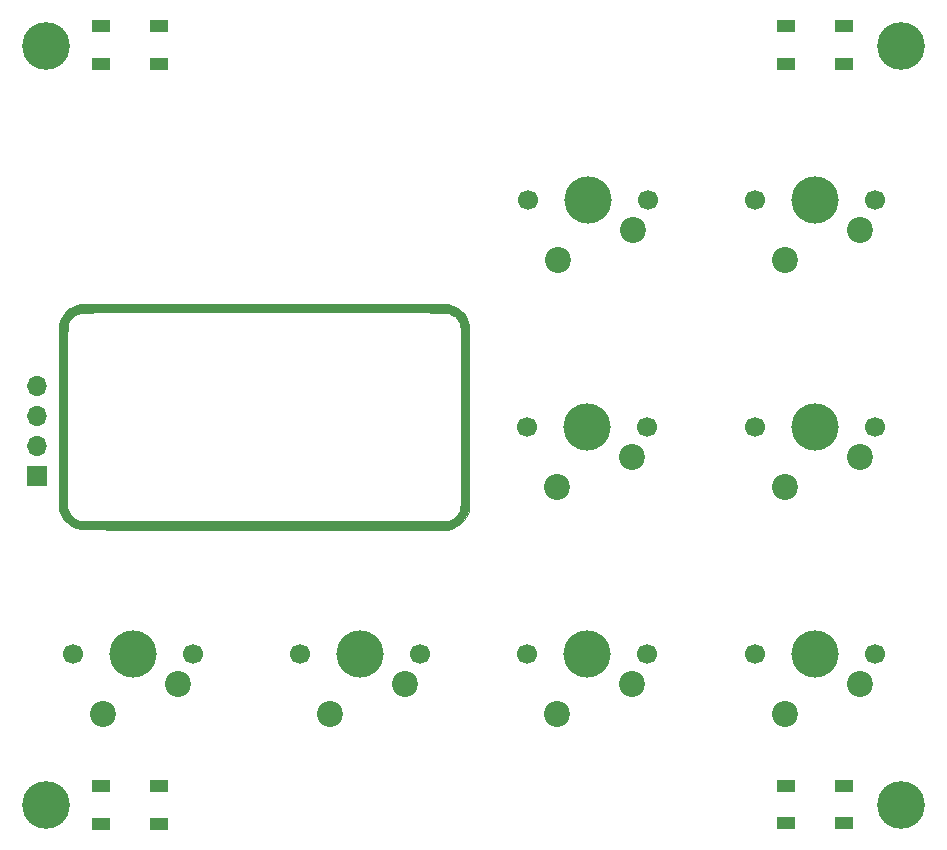
<source format=gbr>
%TF.GenerationSoftware,KiCad,Pcbnew,5.1.9+dfsg1-1*%
%TF.CreationDate,2021-09-07T23:13:06+02:00*%
%TF.ProjectId,streamdeck,73747265-616d-4646-9563-6b2e6b696361,rev?*%
%TF.SameCoordinates,Original*%
%TF.FileFunction,Soldermask,Bot*%
%TF.FilePolarity,Negative*%
%FSLAX46Y46*%
G04 Gerber Fmt 4.6, Leading zero omitted, Abs format (unit mm)*
G04 Created by KiCad (PCBNEW 5.1.9+dfsg1-1) date 2021-09-07 23:13:06*
%MOMM*%
%LPD*%
G01*
G04 APERTURE LIST*
%ADD10C,0.010000*%
%ADD11C,4.030105*%
%ADD12C,1.700000*%
%ADD13C,4.000000*%
%ADD14C,2.200000*%
%ADD15R,1.500000X1.000000*%
%ADD16O,1.700000X1.700000*%
%ADD17R,1.700000X1.700000*%
G04 APERTURE END LIST*
D10*
%TO.C,Ref\u002A\u002A*%
G36*
X-22686432Y-74916585D02*
G01*
X-21758365Y-74916593D01*
X-20870802Y-74916608D01*
X-20022827Y-74916635D01*
X-19213525Y-74916673D01*
X-18441982Y-74916727D01*
X-17707282Y-74916798D01*
X-17008511Y-74916888D01*
X-16344754Y-74917001D01*
X-15715095Y-74917137D01*
X-15118619Y-74917300D01*
X-14554412Y-74917492D01*
X-14021559Y-74917715D01*
X-13519145Y-74917971D01*
X-13046254Y-74918264D01*
X-12601972Y-74918594D01*
X-12185383Y-74918965D01*
X-11795574Y-74919378D01*
X-11431628Y-74919836D01*
X-11092631Y-74920342D01*
X-10777668Y-74920897D01*
X-10485824Y-74921504D01*
X-10216183Y-74922166D01*
X-9967832Y-74922884D01*
X-9739854Y-74923661D01*
X-9531336Y-74924499D01*
X-9341361Y-74925401D01*
X-9169016Y-74926368D01*
X-9013384Y-74927404D01*
X-8873552Y-74928510D01*
X-8748604Y-74929689D01*
X-8637624Y-74930943D01*
X-8539699Y-74932274D01*
X-8453914Y-74933685D01*
X-8379352Y-74935178D01*
X-8315100Y-74936756D01*
X-8260242Y-74938420D01*
X-8213863Y-74940173D01*
X-8175048Y-74942017D01*
X-8142883Y-74943955D01*
X-8116452Y-74945989D01*
X-8094841Y-74948121D01*
X-8077134Y-74950353D01*
X-8062416Y-74952688D01*
X-8049773Y-74955129D01*
X-8045500Y-74956045D01*
X-7737137Y-75042933D01*
X-7453374Y-75162165D01*
X-7195879Y-75312229D01*
X-6966320Y-75491611D01*
X-6766365Y-75698799D01*
X-6597679Y-75932279D01*
X-6461930Y-76190540D01*
X-6360787Y-76472068D01*
X-6356036Y-76489010D01*
X-6299250Y-76694583D01*
X-6299250Y-92230916D01*
X-6348437Y-92421416D01*
X-6437194Y-92685567D01*
X-6562474Y-92939207D01*
X-6719579Y-93175014D01*
X-6903810Y-93385664D01*
X-7052894Y-93519479D01*
X-7217551Y-93636609D01*
X-7410117Y-93748479D01*
X-7616221Y-93847748D01*
X-7821490Y-93927075D01*
X-7897334Y-93950768D01*
X-8098417Y-94008916D01*
X-23592417Y-94012348D01*
X-24590142Y-94012558D01*
X-25546353Y-94012736D01*
X-26461872Y-94012880D01*
X-27337519Y-94012989D01*
X-28174114Y-94013062D01*
X-28972477Y-94013097D01*
X-29733429Y-94013094D01*
X-30457791Y-94013051D01*
X-31146381Y-94012967D01*
X-31800022Y-94012840D01*
X-32419532Y-94012669D01*
X-33005734Y-94012454D01*
X-33559446Y-94012192D01*
X-34081489Y-94011882D01*
X-34572684Y-94011524D01*
X-35033851Y-94011116D01*
X-35465810Y-94010656D01*
X-35869382Y-94010143D01*
X-36245386Y-94009577D01*
X-36594644Y-94008955D01*
X-36917976Y-94008277D01*
X-37216202Y-94007541D01*
X-37490142Y-94006746D01*
X-37740617Y-94005891D01*
X-37968447Y-94004974D01*
X-38174452Y-94003994D01*
X-38359454Y-94002951D01*
X-38524271Y-94001842D01*
X-38669725Y-94000666D01*
X-38796635Y-93999422D01*
X-38905823Y-93998109D01*
X-38998109Y-93996726D01*
X-39074312Y-93995271D01*
X-39135253Y-93993743D01*
X-39181753Y-93992141D01*
X-39214632Y-93990463D01*
X-39234711Y-93988708D01*
X-39238693Y-93988107D01*
X-39530748Y-93915392D01*
X-39805160Y-93808039D01*
X-40059072Y-93668725D01*
X-40289624Y-93500128D01*
X-40493958Y-93304924D01*
X-40669214Y-93085790D01*
X-40812535Y-92845404D01*
X-40921061Y-92586442D01*
X-40983758Y-92353999D01*
X-40987253Y-92335991D01*
X-40990535Y-92316367D01*
X-40993611Y-92293820D01*
X-40996485Y-92267042D01*
X-40999163Y-92234725D01*
X-41001652Y-92195562D01*
X-41003956Y-92148245D01*
X-41006081Y-92091466D01*
X-41008034Y-92023916D01*
X-41009819Y-91944290D01*
X-41011442Y-91851278D01*
X-41012909Y-91743573D01*
X-41014225Y-91619867D01*
X-41015397Y-91478853D01*
X-41016429Y-91319222D01*
X-41017328Y-91139668D01*
X-41018099Y-90938881D01*
X-41018747Y-90715555D01*
X-41019279Y-90468381D01*
X-41019700Y-90196052D01*
X-41020015Y-89897261D01*
X-41020231Y-89570698D01*
X-41020352Y-89215057D01*
X-41020385Y-88829030D01*
X-41020335Y-88411309D01*
X-41020208Y-87960587D01*
X-41020010Y-87475554D01*
X-41019745Y-86954905D01*
X-41019420Y-86397330D01*
X-41019040Y-85801523D01*
X-41018612Y-85166175D01*
X-41018140Y-84489979D01*
X-41018073Y-84395120D01*
X-41015031Y-80092150D01*
X-40322522Y-80092150D01*
X-40322457Y-80515022D01*
X-40322262Y-80970999D01*
X-40321959Y-81461383D01*
X-40321571Y-81987473D01*
X-40321119Y-82550570D01*
X-40320624Y-83151976D01*
X-40320109Y-83792991D01*
X-40319595Y-84474915D01*
X-40319547Y-84541593D01*
X-40314084Y-92209750D01*
X-40267415Y-92331993D01*
X-40184502Y-92521161D01*
X-40089670Y-92680333D01*
X-39975316Y-92821627D01*
X-39932483Y-92865916D01*
X-39736005Y-93032592D01*
X-39519485Y-93162160D01*
X-39284234Y-93253918D01*
X-39142375Y-93289011D01*
X-39127368Y-93290822D01*
X-39100355Y-93292558D01*
X-39060504Y-93294222D01*
X-39006983Y-93295814D01*
X-38938960Y-93297336D01*
X-38855601Y-93298789D01*
X-38756075Y-93300177D01*
X-38639550Y-93301499D01*
X-38505192Y-93302758D01*
X-38352170Y-93303955D01*
X-38179651Y-93305092D01*
X-37986802Y-93306170D01*
X-37772792Y-93307192D01*
X-37536789Y-93308158D01*
X-37277958Y-93309070D01*
X-36995470Y-93309930D01*
X-36688490Y-93310740D01*
X-36356186Y-93311501D01*
X-35997727Y-93312214D01*
X-35612280Y-93312882D01*
X-35199012Y-93313505D01*
X-34757092Y-93314086D01*
X-34285686Y-93314627D01*
X-33783962Y-93315128D01*
X-33251088Y-93315591D01*
X-32686232Y-93316018D01*
X-32088562Y-93316411D01*
X-31457244Y-93316771D01*
X-30791447Y-93317099D01*
X-30090338Y-93317398D01*
X-29353084Y-93317669D01*
X-28578854Y-93317914D01*
X-27766815Y-93318134D01*
X-26916135Y-93318330D01*
X-26025981Y-93318505D01*
X-25095522Y-93318660D01*
X-24123923Y-93318797D01*
X-23687667Y-93318851D01*
X-22603938Y-93318955D01*
X-21562244Y-93319005D01*
X-20562286Y-93318999D01*
X-19603766Y-93318937D01*
X-18686384Y-93318820D01*
X-17809843Y-93318645D01*
X-16973844Y-93318414D01*
X-16178089Y-93318125D01*
X-15422278Y-93317779D01*
X-14706113Y-93317374D01*
X-14029295Y-93316911D01*
X-13391527Y-93316389D01*
X-12792509Y-93315807D01*
X-12231943Y-93315166D01*
X-11709530Y-93314465D01*
X-11224973Y-93313703D01*
X-10777971Y-93312880D01*
X-10368227Y-93311996D01*
X-9995441Y-93311051D01*
X-9659317Y-93310043D01*
X-9359554Y-93308973D01*
X-9095854Y-93307839D01*
X-8867919Y-93306643D01*
X-8675451Y-93305383D01*
X-8518150Y-93304058D01*
X-8395718Y-93302670D01*
X-8307856Y-93301216D01*
X-8254266Y-93299697D01*
X-8236000Y-93298457D01*
X-8055287Y-93257267D01*
X-7872942Y-93194404D01*
X-7709297Y-93117042D01*
X-7689168Y-93105539D01*
X-7573644Y-93025536D01*
X-7452811Y-92920917D01*
X-7336824Y-92802245D01*
X-7235840Y-92680084D01*
X-7160015Y-92564998D01*
X-7148437Y-92543113D01*
X-7136145Y-92520071D01*
X-7124588Y-92500476D01*
X-7113745Y-92483029D01*
X-7103592Y-92466427D01*
X-7094108Y-92449370D01*
X-7085268Y-92430556D01*
X-7077052Y-92408685D01*
X-7069437Y-92382457D01*
X-7062399Y-92350569D01*
X-7055917Y-92311720D01*
X-7049968Y-92264611D01*
X-7044529Y-92207940D01*
X-7039578Y-92140405D01*
X-7035093Y-92060707D01*
X-7031050Y-91967544D01*
X-7027428Y-91859614D01*
X-7024204Y-91735618D01*
X-7021355Y-91594254D01*
X-7018858Y-91434220D01*
X-7016692Y-91254217D01*
X-7014834Y-91052943D01*
X-7013261Y-90829098D01*
X-7011951Y-90581379D01*
X-7010881Y-90308487D01*
X-7010029Y-90009120D01*
X-7009371Y-89681977D01*
X-7008887Y-89325758D01*
X-7008552Y-88939161D01*
X-7008346Y-88520885D01*
X-7008244Y-88069630D01*
X-7008225Y-87584094D01*
X-7008266Y-87062977D01*
X-7008344Y-86504977D01*
X-7008438Y-85908793D01*
X-7008524Y-85273126D01*
X-7008580Y-84596672D01*
X-7008585Y-84463594D01*
X-7008592Y-83781010D01*
X-7008580Y-83139456D01*
X-7008567Y-82537629D01*
X-7008570Y-81974225D01*
X-7008609Y-81447942D01*
X-7008699Y-80957477D01*
X-7008861Y-80501525D01*
X-7009111Y-80078784D01*
X-7009468Y-79687950D01*
X-7009950Y-79327721D01*
X-7010575Y-78996793D01*
X-7011360Y-78693863D01*
X-7012324Y-78417628D01*
X-7013485Y-78166784D01*
X-7014861Y-77940028D01*
X-7016469Y-77736057D01*
X-7018329Y-77553568D01*
X-7020457Y-77391258D01*
X-7022872Y-77247823D01*
X-7025592Y-77121960D01*
X-7028635Y-77012366D01*
X-7032019Y-76917738D01*
X-7035762Y-76836772D01*
X-7039881Y-76768166D01*
X-7044396Y-76710616D01*
X-7049323Y-76662818D01*
X-7054682Y-76623470D01*
X-7060489Y-76591268D01*
X-7066763Y-76564910D01*
X-7073523Y-76543091D01*
X-7080785Y-76524510D01*
X-7088568Y-76507861D01*
X-7096891Y-76491843D01*
X-7105770Y-76475152D01*
X-7115224Y-76456485D01*
X-7119367Y-76447752D01*
X-7201894Y-76300867D01*
X-7309517Y-76154807D01*
X-7429422Y-76025992D01*
X-7489232Y-75973778D01*
X-7606223Y-75891867D01*
X-7746513Y-75811886D01*
X-7895716Y-75740816D01*
X-8039450Y-75685635D01*
X-8140750Y-75657638D01*
X-8153804Y-75655652D01*
X-8174306Y-75653750D01*
X-8203139Y-75651930D01*
X-8241187Y-75650190D01*
X-8289335Y-75648530D01*
X-8348465Y-75646946D01*
X-8419463Y-75645438D01*
X-8503212Y-75644002D01*
X-8600595Y-75642639D01*
X-8712497Y-75641345D01*
X-8839802Y-75640119D01*
X-8983393Y-75638959D01*
X-9144155Y-75637864D01*
X-9322970Y-75636831D01*
X-9520724Y-75635859D01*
X-9738300Y-75634946D01*
X-9976582Y-75634091D01*
X-10236453Y-75633290D01*
X-10518798Y-75632543D01*
X-10824501Y-75631848D01*
X-11154445Y-75631203D01*
X-11509514Y-75630606D01*
X-11890592Y-75630055D01*
X-12298564Y-75629549D01*
X-12734312Y-75629086D01*
X-13198721Y-75628664D01*
X-13692675Y-75628280D01*
X-14217058Y-75627935D01*
X-14772753Y-75627624D01*
X-15360644Y-75627348D01*
X-15981615Y-75627104D01*
X-16636551Y-75626889D01*
X-17326335Y-75626704D01*
X-18051850Y-75626544D01*
X-18813981Y-75626410D01*
X-19613612Y-75626298D01*
X-20451627Y-75626208D01*
X-21328909Y-75626137D01*
X-22246342Y-75626084D01*
X-23204810Y-75626046D01*
X-23668406Y-75626034D01*
X-24635683Y-75626011D01*
X-25561542Y-75625993D01*
X-26446902Y-75625982D01*
X-27292678Y-75625980D01*
X-28099788Y-75625989D01*
X-28869147Y-75626013D01*
X-29601673Y-75626053D01*
X-30298281Y-75626112D01*
X-30959890Y-75626193D01*
X-31587415Y-75626298D01*
X-32181773Y-75626429D01*
X-32743881Y-75626589D01*
X-33274655Y-75626780D01*
X-33775012Y-75627005D01*
X-34245869Y-75627266D01*
X-34688141Y-75627565D01*
X-35102747Y-75627906D01*
X-35490602Y-75628291D01*
X-35852624Y-75628721D01*
X-36189728Y-75629200D01*
X-36502831Y-75629730D01*
X-36792851Y-75630314D01*
X-37060703Y-75630953D01*
X-37307305Y-75631651D01*
X-37533572Y-75632409D01*
X-37740422Y-75633231D01*
X-37928772Y-75634118D01*
X-38099537Y-75635073D01*
X-38253635Y-75636099D01*
X-38391981Y-75637199D01*
X-38515494Y-75638373D01*
X-38625089Y-75639626D01*
X-38721683Y-75640959D01*
X-38806193Y-75642375D01*
X-38879535Y-75643876D01*
X-38942626Y-75645466D01*
X-38996383Y-75647145D01*
X-39041722Y-75648917D01*
X-39079560Y-75650785D01*
X-39110813Y-75652750D01*
X-39136399Y-75654815D01*
X-39157233Y-75656982D01*
X-39174233Y-75659255D01*
X-39188315Y-75661635D01*
X-39200395Y-75664125D01*
X-39211391Y-75666728D01*
X-39215323Y-75667708D01*
X-39445163Y-75742981D01*
X-39650143Y-75848857D01*
X-39838453Y-75989985D01*
X-39923254Y-76069539D01*
X-40020554Y-76171618D01*
X-40092986Y-76260471D01*
X-40149674Y-76348107D01*
X-40183177Y-76411688D01*
X-40195596Y-76435693D01*
X-40207276Y-76456384D01*
X-40218237Y-76475061D01*
X-40228501Y-76493025D01*
X-40238090Y-76511577D01*
X-40247025Y-76532018D01*
X-40255330Y-76555648D01*
X-40263025Y-76583768D01*
X-40270132Y-76617679D01*
X-40276673Y-76658681D01*
X-40282671Y-76708076D01*
X-40288146Y-76767163D01*
X-40293120Y-76837244D01*
X-40297616Y-76919619D01*
X-40301655Y-77015588D01*
X-40305259Y-77126454D01*
X-40308450Y-77253516D01*
X-40311250Y-77398074D01*
X-40313680Y-77561431D01*
X-40315762Y-77744886D01*
X-40317519Y-77949740D01*
X-40318971Y-78177293D01*
X-40320141Y-78428847D01*
X-40321051Y-78705703D01*
X-40321722Y-79009160D01*
X-40322177Y-79340520D01*
X-40322436Y-79701083D01*
X-40322522Y-80092150D01*
X-41015031Y-80092150D01*
X-41012584Y-76631083D01*
X-40954273Y-76445201D01*
X-40843565Y-76158786D01*
X-40699910Y-75898434D01*
X-40524544Y-75665237D01*
X-40318705Y-75460285D01*
X-40083630Y-75284671D01*
X-39820555Y-75139488D01*
X-39530718Y-75025827D01*
X-39266334Y-74955264D01*
X-39254038Y-74952833D01*
X-39239648Y-74950506D01*
X-39222249Y-74948280D01*
X-39200926Y-74946154D01*
X-39174765Y-74944125D01*
X-39142852Y-74942191D01*
X-39104272Y-74940349D01*
X-39058111Y-74938598D01*
X-39003456Y-74936935D01*
X-38939391Y-74935357D01*
X-38865002Y-74933863D01*
X-38779375Y-74932451D01*
X-38681595Y-74931117D01*
X-38570749Y-74929860D01*
X-38445921Y-74928677D01*
X-38306198Y-74927567D01*
X-38150666Y-74926526D01*
X-37978409Y-74925554D01*
X-37788514Y-74924646D01*
X-37580066Y-74923802D01*
X-37352152Y-74923018D01*
X-37103856Y-74922294D01*
X-36834264Y-74921625D01*
X-36542462Y-74921011D01*
X-36227536Y-74920448D01*
X-35888571Y-74919935D01*
X-35524653Y-74919469D01*
X-35134868Y-74919048D01*
X-34718302Y-74918670D01*
X-34274039Y-74918332D01*
X-33801166Y-74918033D01*
X-33298769Y-74917769D01*
X-32765932Y-74917539D01*
X-32201743Y-74917341D01*
X-31605286Y-74917172D01*
X-30975647Y-74917029D01*
X-30311912Y-74916911D01*
X-29613166Y-74916816D01*
X-28878496Y-74916741D01*
X-28106986Y-74916683D01*
X-27297723Y-74916641D01*
X-26449792Y-74916612D01*
X-25562279Y-74916594D01*
X-24634270Y-74916585D01*
X-23664849Y-74916583D01*
X-23655917Y-74916583D01*
X-22686432Y-74916585D01*
G37*
X-22686432Y-74916585D02*
X-21758365Y-74916593D01*
X-20870802Y-74916608D01*
X-20022827Y-74916635D01*
X-19213525Y-74916673D01*
X-18441982Y-74916727D01*
X-17707282Y-74916798D01*
X-17008511Y-74916888D01*
X-16344754Y-74917001D01*
X-15715095Y-74917137D01*
X-15118619Y-74917300D01*
X-14554412Y-74917492D01*
X-14021559Y-74917715D01*
X-13519145Y-74917971D01*
X-13046254Y-74918264D01*
X-12601972Y-74918594D01*
X-12185383Y-74918965D01*
X-11795574Y-74919378D01*
X-11431628Y-74919836D01*
X-11092631Y-74920342D01*
X-10777668Y-74920897D01*
X-10485824Y-74921504D01*
X-10216183Y-74922166D01*
X-9967832Y-74922884D01*
X-9739854Y-74923661D01*
X-9531336Y-74924499D01*
X-9341361Y-74925401D01*
X-9169016Y-74926368D01*
X-9013384Y-74927404D01*
X-8873552Y-74928510D01*
X-8748604Y-74929689D01*
X-8637624Y-74930943D01*
X-8539699Y-74932274D01*
X-8453914Y-74933685D01*
X-8379352Y-74935178D01*
X-8315100Y-74936756D01*
X-8260242Y-74938420D01*
X-8213863Y-74940173D01*
X-8175048Y-74942017D01*
X-8142883Y-74943955D01*
X-8116452Y-74945989D01*
X-8094841Y-74948121D01*
X-8077134Y-74950353D01*
X-8062416Y-74952688D01*
X-8049773Y-74955129D01*
X-8045500Y-74956045D01*
X-7737137Y-75042933D01*
X-7453374Y-75162165D01*
X-7195879Y-75312229D01*
X-6966320Y-75491611D01*
X-6766365Y-75698799D01*
X-6597679Y-75932279D01*
X-6461930Y-76190540D01*
X-6360787Y-76472068D01*
X-6356036Y-76489010D01*
X-6299250Y-76694583D01*
X-6299250Y-92230916D01*
X-6348437Y-92421416D01*
X-6437194Y-92685567D01*
X-6562474Y-92939207D01*
X-6719579Y-93175014D01*
X-6903810Y-93385664D01*
X-7052894Y-93519479D01*
X-7217551Y-93636609D01*
X-7410117Y-93748479D01*
X-7616221Y-93847748D01*
X-7821490Y-93927075D01*
X-7897334Y-93950768D01*
X-8098417Y-94008916D01*
X-23592417Y-94012348D01*
X-24590142Y-94012558D01*
X-25546353Y-94012736D01*
X-26461872Y-94012880D01*
X-27337519Y-94012989D01*
X-28174114Y-94013062D01*
X-28972477Y-94013097D01*
X-29733429Y-94013094D01*
X-30457791Y-94013051D01*
X-31146381Y-94012967D01*
X-31800022Y-94012840D01*
X-32419532Y-94012669D01*
X-33005734Y-94012454D01*
X-33559446Y-94012192D01*
X-34081489Y-94011882D01*
X-34572684Y-94011524D01*
X-35033851Y-94011116D01*
X-35465810Y-94010656D01*
X-35869382Y-94010143D01*
X-36245386Y-94009577D01*
X-36594644Y-94008955D01*
X-36917976Y-94008277D01*
X-37216202Y-94007541D01*
X-37490142Y-94006746D01*
X-37740617Y-94005891D01*
X-37968447Y-94004974D01*
X-38174452Y-94003994D01*
X-38359454Y-94002951D01*
X-38524271Y-94001842D01*
X-38669725Y-94000666D01*
X-38796635Y-93999422D01*
X-38905823Y-93998109D01*
X-38998109Y-93996726D01*
X-39074312Y-93995271D01*
X-39135253Y-93993743D01*
X-39181753Y-93992141D01*
X-39214632Y-93990463D01*
X-39234711Y-93988708D01*
X-39238693Y-93988107D01*
X-39530748Y-93915392D01*
X-39805160Y-93808039D01*
X-40059072Y-93668725D01*
X-40289624Y-93500128D01*
X-40493958Y-93304924D01*
X-40669214Y-93085790D01*
X-40812535Y-92845404D01*
X-40921061Y-92586442D01*
X-40983758Y-92353999D01*
X-40987253Y-92335991D01*
X-40990535Y-92316367D01*
X-40993611Y-92293820D01*
X-40996485Y-92267042D01*
X-40999163Y-92234725D01*
X-41001652Y-92195562D01*
X-41003956Y-92148245D01*
X-41006081Y-92091466D01*
X-41008034Y-92023916D01*
X-41009819Y-91944290D01*
X-41011442Y-91851278D01*
X-41012909Y-91743573D01*
X-41014225Y-91619867D01*
X-41015397Y-91478853D01*
X-41016429Y-91319222D01*
X-41017328Y-91139668D01*
X-41018099Y-90938881D01*
X-41018747Y-90715555D01*
X-41019279Y-90468381D01*
X-41019700Y-90196052D01*
X-41020015Y-89897261D01*
X-41020231Y-89570698D01*
X-41020352Y-89215057D01*
X-41020385Y-88829030D01*
X-41020335Y-88411309D01*
X-41020208Y-87960587D01*
X-41020010Y-87475554D01*
X-41019745Y-86954905D01*
X-41019420Y-86397330D01*
X-41019040Y-85801523D01*
X-41018612Y-85166175D01*
X-41018140Y-84489979D01*
X-41018073Y-84395120D01*
X-41015031Y-80092150D01*
X-40322522Y-80092150D01*
X-40322457Y-80515022D01*
X-40322262Y-80970999D01*
X-40321959Y-81461383D01*
X-40321571Y-81987473D01*
X-40321119Y-82550570D01*
X-40320624Y-83151976D01*
X-40320109Y-83792991D01*
X-40319595Y-84474915D01*
X-40319547Y-84541593D01*
X-40314084Y-92209750D01*
X-40267415Y-92331993D01*
X-40184502Y-92521161D01*
X-40089670Y-92680333D01*
X-39975316Y-92821627D01*
X-39932483Y-92865916D01*
X-39736005Y-93032592D01*
X-39519485Y-93162160D01*
X-39284234Y-93253918D01*
X-39142375Y-93289011D01*
X-39127368Y-93290822D01*
X-39100355Y-93292558D01*
X-39060504Y-93294222D01*
X-39006983Y-93295814D01*
X-38938960Y-93297336D01*
X-38855601Y-93298789D01*
X-38756075Y-93300177D01*
X-38639550Y-93301499D01*
X-38505192Y-93302758D01*
X-38352170Y-93303955D01*
X-38179651Y-93305092D01*
X-37986802Y-93306170D01*
X-37772792Y-93307192D01*
X-37536789Y-93308158D01*
X-37277958Y-93309070D01*
X-36995470Y-93309930D01*
X-36688490Y-93310740D01*
X-36356186Y-93311501D01*
X-35997727Y-93312214D01*
X-35612280Y-93312882D01*
X-35199012Y-93313505D01*
X-34757092Y-93314086D01*
X-34285686Y-93314627D01*
X-33783962Y-93315128D01*
X-33251088Y-93315591D01*
X-32686232Y-93316018D01*
X-32088562Y-93316411D01*
X-31457244Y-93316771D01*
X-30791447Y-93317099D01*
X-30090338Y-93317398D01*
X-29353084Y-93317669D01*
X-28578854Y-93317914D01*
X-27766815Y-93318134D01*
X-26916135Y-93318330D01*
X-26025981Y-93318505D01*
X-25095522Y-93318660D01*
X-24123923Y-93318797D01*
X-23687667Y-93318851D01*
X-22603938Y-93318955D01*
X-21562244Y-93319005D01*
X-20562286Y-93318999D01*
X-19603766Y-93318937D01*
X-18686384Y-93318820D01*
X-17809843Y-93318645D01*
X-16973844Y-93318414D01*
X-16178089Y-93318125D01*
X-15422278Y-93317779D01*
X-14706113Y-93317374D01*
X-14029295Y-93316911D01*
X-13391527Y-93316389D01*
X-12792509Y-93315807D01*
X-12231943Y-93315166D01*
X-11709530Y-93314465D01*
X-11224973Y-93313703D01*
X-10777971Y-93312880D01*
X-10368227Y-93311996D01*
X-9995441Y-93311051D01*
X-9659317Y-93310043D01*
X-9359554Y-93308973D01*
X-9095854Y-93307839D01*
X-8867919Y-93306643D01*
X-8675451Y-93305383D01*
X-8518150Y-93304058D01*
X-8395718Y-93302670D01*
X-8307856Y-93301216D01*
X-8254266Y-93299697D01*
X-8236000Y-93298457D01*
X-8055287Y-93257267D01*
X-7872942Y-93194404D01*
X-7709297Y-93117042D01*
X-7689168Y-93105539D01*
X-7573644Y-93025536D01*
X-7452811Y-92920917D01*
X-7336824Y-92802245D01*
X-7235840Y-92680084D01*
X-7160015Y-92564998D01*
X-7148437Y-92543113D01*
X-7136145Y-92520071D01*
X-7124588Y-92500476D01*
X-7113745Y-92483029D01*
X-7103592Y-92466427D01*
X-7094108Y-92449370D01*
X-7085268Y-92430556D01*
X-7077052Y-92408685D01*
X-7069437Y-92382457D01*
X-7062399Y-92350569D01*
X-7055917Y-92311720D01*
X-7049968Y-92264611D01*
X-7044529Y-92207940D01*
X-7039578Y-92140405D01*
X-7035093Y-92060707D01*
X-7031050Y-91967544D01*
X-7027428Y-91859614D01*
X-7024204Y-91735618D01*
X-7021355Y-91594254D01*
X-7018858Y-91434220D01*
X-7016692Y-91254217D01*
X-7014834Y-91052943D01*
X-7013261Y-90829098D01*
X-7011951Y-90581379D01*
X-7010881Y-90308487D01*
X-7010029Y-90009120D01*
X-7009371Y-89681977D01*
X-7008887Y-89325758D01*
X-7008552Y-88939161D01*
X-7008346Y-88520885D01*
X-7008244Y-88069630D01*
X-7008225Y-87584094D01*
X-7008266Y-87062977D01*
X-7008344Y-86504977D01*
X-7008438Y-85908793D01*
X-7008524Y-85273126D01*
X-7008580Y-84596672D01*
X-7008585Y-84463594D01*
X-7008592Y-83781010D01*
X-7008580Y-83139456D01*
X-7008567Y-82537629D01*
X-7008570Y-81974225D01*
X-7008609Y-81447942D01*
X-7008699Y-80957477D01*
X-7008861Y-80501525D01*
X-7009111Y-80078784D01*
X-7009468Y-79687950D01*
X-7009950Y-79327721D01*
X-7010575Y-78996793D01*
X-7011360Y-78693863D01*
X-7012324Y-78417628D01*
X-7013485Y-78166784D01*
X-7014861Y-77940028D01*
X-7016469Y-77736057D01*
X-7018329Y-77553568D01*
X-7020457Y-77391258D01*
X-7022872Y-77247823D01*
X-7025592Y-77121960D01*
X-7028635Y-77012366D01*
X-7032019Y-76917738D01*
X-7035762Y-76836772D01*
X-7039881Y-76768166D01*
X-7044396Y-76710616D01*
X-7049323Y-76662818D01*
X-7054682Y-76623470D01*
X-7060489Y-76591268D01*
X-7066763Y-76564910D01*
X-7073523Y-76543091D01*
X-7080785Y-76524510D01*
X-7088568Y-76507861D01*
X-7096891Y-76491843D01*
X-7105770Y-76475152D01*
X-7115224Y-76456485D01*
X-7119367Y-76447752D01*
X-7201894Y-76300867D01*
X-7309517Y-76154807D01*
X-7429422Y-76025992D01*
X-7489232Y-75973778D01*
X-7606223Y-75891867D01*
X-7746513Y-75811886D01*
X-7895716Y-75740816D01*
X-8039450Y-75685635D01*
X-8140750Y-75657638D01*
X-8153804Y-75655652D01*
X-8174306Y-75653750D01*
X-8203139Y-75651930D01*
X-8241187Y-75650190D01*
X-8289335Y-75648530D01*
X-8348465Y-75646946D01*
X-8419463Y-75645438D01*
X-8503212Y-75644002D01*
X-8600595Y-75642639D01*
X-8712497Y-75641345D01*
X-8839802Y-75640119D01*
X-8983393Y-75638959D01*
X-9144155Y-75637864D01*
X-9322970Y-75636831D01*
X-9520724Y-75635859D01*
X-9738300Y-75634946D01*
X-9976582Y-75634091D01*
X-10236453Y-75633290D01*
X-10518798Y-75632543D01*
X-10824501Y-75631848D01*
X-11154445Y-75631203D01*
X-11509514Y-75630606D01*
X-11890592Y-75630055D01*
X-12298564Y-75629549D01*
X-12734312Y-75629086D01*
X-13198721Y-75628664D01*
X-13692675Y-75628280D01*
X-14217058Y-75627935D01*
X-14772753Y-75627624D01*
X-15360644Y-75627348D01*
X-15981615Y-75627104D01*
X-16636551Y-75626889D01*
X-17326335Y-75626704D01*
X-18051850Y-75626544D01*
X-18813981Y-75626410D01*
X-19613612Y-75626298D01*
X-20451627Y-75626208D01*
X-21328909Y-75626137D01*
X-22246342Y-75626084D01*
X-23204810Y-75626046D01*
X-23668406Y-75626034D01*
X-24635683Y-75626011D01*
X-25561542Y-75625993D01*
X-26446902Y-75625982D01*
X-27292678Y-75625980D01*
X-28099788Y-75625989D01*
X-28869147Y-75626013D01*
X-29601673Y-75626053D01*
X-30298281Y-75626112D01*
X-30959890Y-75626193D01*
X-31587415Y-75626298D01*
X-32181773Y-75626429D01*
X-32743881Y-75626589D01*
X-33274655Y-75626780D01*
X-33775012Y-75627005D01*
X-34245869Y-75627266D01*
X-34688141Y-75627565D01*
X-35102747Y-75627906D01*
X-35490602Y-75628291D01*
X-35852624Y-75628721D01*
X-36189728Y-75629200D01*
X-36502831Y-75629730D01*
X-36792851Y-75630314D01*
X-37060703Y-75630953D01*
X-37307305Y-75631651D01*
X-37533572Y-75632409D01*
X-37740422Y-75633231D01*
X-37928772Y-75634118D01*
X-38099537Y-75635073D01*
X-38253635Y-75636099D01*
X-38391981Y-75637199D01*
X-38515494Y-75638373D01*
X-38625089Y-75639626D01*
X-38721683Y-75640959D01*
X-38806193Y-75642375D01*
X-38879535Y-75643876D01*
X-38942626Y-75645466D01*
X-38996383Y-75647145D01*
X-39041722Y-75648917D01*
X-39079560Y-75650785D01*
X-39110813Y-75652750D01*
X-39136399Y-75654815D01*
X-39157233Y-75656982D01*
X-39174233Y-75659255D01*
X-39188315Y-75661635D01*
X-39200395Y-75664125D01*
X-39211391Y-75666728D01*
X-39215323Y-75667708D01*
X-39445163Y-75742981D01*
X-39650143Y-75848857D01*
X-39838453Y-75989985D01*
X-39923254Y-76069539D01*
X-40020554Y-76171618D01*
X-40092986Y-76260471D01*
X-40149674Y-76348107D01*
X-40183177Y-76411688D01*
X-40195596Y-76435693D01*
X-40207276Y-76456384D01*
X-40218237Y-76475061D01*
X-40228501Y-76493025D01*
X-40238090Y-76511577D01*
X-40247025Y-76532018D01*
X-40255330Y-76555648D01*
X-40263025Y-76583768D01*
X-40270132Y-76617679D01*
X-40276673Y-76658681D01*
X-40282671Y-76708076D01*
X-40288146Y-76767163D01*
X-40293120Y-76837244D01*
X-40297616Y-76919619D01*
X-40301655Y-77015588D01*
X-40305259Y-77126454D01*
X-40308450Y-77253516D01*
X-40311250Y-77398074D01*
X-40313680Y-77561431D01*
X-40315762Y-77744886D01*
X-40317519Y-77949740D01*
X-40318971Y-78177293D01*
X-40320141Y-78428847D01*
X-40321051Y-78705703D01*
X-40321722Y-79009160D01*
X-40322177Y-79340520D01*
X-40322436Y-79701083D01*
X-40322522Y-80092150D01*
X-41015031Y-80092150D01*
X-41012584Y-76631083D01*
X-40954273Y-76445201D01*
X-40843565Y-76158786D01*
X-40699910Y-75898434D01*
X-40524544Y-75665237D01*
X-40318705Y-75460285D01*
X-40083630Y-75284671D01*
X-39820555Y-75139488D01*
X-39530718Y-75025827D01*
X-39266334Y-74955264D01*
X-39254038Y-74952833D01*
X-39239648Y-74950506D01*
X-39222249Y-74948280D01*
X-39200926Y-74946154D01*
X-39174765Y-74944125D01*
X-39142852Y-74942191D01*
X-39104272Y-74940349D01*
X-39058111Y-74938598D01*
X-39003456Y-74936935D01*
X-38939391Y-74935357D01*
X-38865002Y-74933863D01*
X-38779375Y-74932451D01*
X-38681595Y-74931117D01*
X-38570749Y-74929860D01*
X-38445921Y-74928677D01*
X-38306198Y-74927567D01*
X-38150666Y-74926526D01*
X-37978409Y-74925554D01*
X-37788514Y-74924646D01*
X-37580066Y-74923802D01*
X-37352152Y-74923018D01*
X-37103856Y-74922294D01*
X-36834264Y-74921625D01*
X-36542462Y-74921011D01*
X-36227536Y-74920448D01*
X-35888571Y-74919935D01*
X-35524653Y-74919469D01*
X-35134868Y-74919048D01*
X-34718302Y-74918670D01*
X-34274039Y-74918332D01*
X-33801166Y-74918033D01*
X-33298769Y-74917769D01*
X-32765932Y-74917539D01*
X-32201743Y-74917341D01*
X-31605286Y-74917172D01*
X-30975647Y-74917029D01*
X-30311912Y-74916911D01*
X-29613166Y-74916816D01*
X-28878496Y-74916741D01*
X-28106986Y-74916683D01*
X-27297723Y-74916641D01*
X-26449792Y-74916612D01*
X-25562279Y-74916594D01*
X-24634270Y-74916585D01*
X-23664849Y-74916583D01*
X-23655917Y-74916583D01*
X-22686432Y-74916585D01*
%TD*%
D11*
%TO.C,Ref\u002A\u002A*%
X-42095979Y-117313168D03*
X30256657Y-117313168D03*
X30256657Y-53064415D03*
X-42095979Y-53064415D03*
%TD*%
D12*
%TO.C,SW8*%
X17870000Y-66100000D03*
X28030000Y-66100000D03*
D13*
X22950000Y-66100000D03*
D14*
X26760000Y-68640000D03*
X20410000Y-71180000D03*
%TD*%
D15*
%TO.C,LEDBASE4*%
X-37450000Y-118930000D03*
X-37450000Y-115730000D03*
X-32550000Y-118930000D03*
X-32550000Y-115730000D03*
%TD*%
%TO.C,LEDBASE3*%
X20550000Y-118890000D03*
X20550000Y-115690000D03*
X25450000Y-118890000D03*
X25450000Y-115690000D03*
%TD*%
%TO.C,LEDBASE2*%
X20550000Y-54600000D03*
X20550000Y-51400000D03*
X25450000Y-54600000D03*
X25450000Y-51400000D03*
%TD*%
%TO.C,LEDBASE1*%
X-37450000Y-54600000D03*
X-37450000Y-51400000D03*
X-32550000Y-54600000D03*
X-32550000Y-51400000D03*
%TD*%
D12*
%TO.C,SW7*%
X-1350000Y-66090000D03*
X8810000Y-66090000D03*
D13*
X3730000Y-66090000D03*
D14*
X7540000Y-68630000D03*
X1190000Y-71170000D03*
%TD*%
D12*
%TO.C,SW6*%
X17860000Y-85330000D03*
X28020000Y-85330000D03*
D13*
X22940000Y-85330000D03*
D14*
X26750000Y-87870000D03*
X20400000Y-90410000D03*
%TD*%
D12*
%TO.C,SW5*%
X-1370000Y-85330000D03*
X8790000Y-85330000D03*
D13*
X3710000Y-85330000D03*
D14*
X7520000Y-87870000D03*
X1170000Y-90410000D03*
%TD*%
D12*
%TO.C,SW4*%
X17870000Y-104550000D03*
X28030000Y-104550000D03*
D13*
X22950000Y-104550000D03*
D14*
X26760000Y-107090000D03*
X20410000Y-109630000D03*
%TD*%
D12*
%TO.C,SW3*%
X-1360000Y-104550000D03*
X8800000Y-104550000D03*
D13*
X3720000Y-104550000D03*
D14*
X7530000Y-107090000D03*
X1180000Y-109630000D03*
%TD*%
D12*
%TO.C,SW2*%
X-20610000Y-104550000D03*
X-10450000Y-104550000D03*
D13*
X-15530000Y-104550000D03*
D14*
X-11720000Y-107090000D03*
X-18070000Y-109630000D03*
%TD*%
D12*
%TO.C,SW1*%
X-39840000Y-104540000D03*
X-29680000Y-104540000D03*
D13*
X-34760000Y-104540000D03*
D14*
X-30950000Y-107080000D03*
X-37300000Y-109620000D03*
%TD*%
D16*
%TO.C,J1*%
X-42850000Y-81820000D03*
X-42850000Y-84360000D03*
X-42850000Y-86900000D03*
D17*
X-42850000Y-89440000D03*
%TD*%
M02*

</source>
